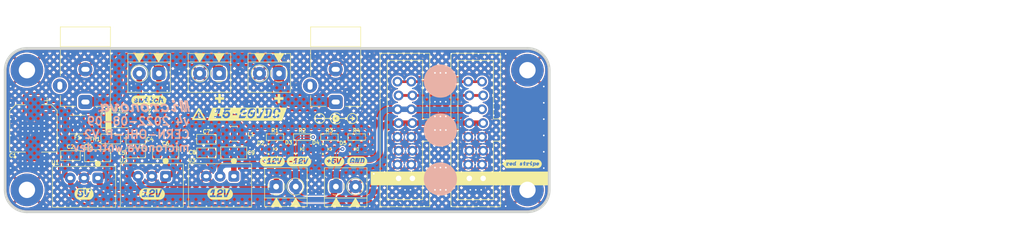
<source format=kicad_pcb>
(kicad_pcb (version 20221018) (generator pcbnew)
  (title_block (title "Micronova") (date "2022-08-09") (rev "v4") (company "Winterbloom") (comment 1 "Alethea Flowers") (comment 2 "CERN-OHL-P V2") (comment 3 "micronova.wntr.dev"))
  (layers (0 "F.Cu" signal) (31 "B.Cu" signal) (34 "B.Paste" user) (35 "F.Paste" user) (36 "B.SilkS" user "B.Silkscreen") (37 "F.SilkS" user "F.Silkscreen") (38 "B.Mask" user) (39 "F.Mask" user) (44 "Edge.Cuts" user))
  (net 0 "")
  (net 1 "GND")
  (net 2 "+12V")
  (net 3 "-12V")
  (net 4 "+5V")
  (net 5 "Net-(D1-Pad1)")
  (net 6 "Net-(D1-Pad2)")
  (net 7 "Net-(C9-Pad1)")
  (net 8 "Net-(D2-Pad1)")
  (net 9 "+VDC")
  (net 10 "+15V")
  (net 11 "Net-(D3-Pad1)")
  (net 12 "Net-(D4-Pad1)")
  (net 15 "/CV")
  (net 16 "/GATE")
  (net 17 "Net-(D5-Pad1)")
  (footprint "LOGO" (layer "F.Cu") (at 153.6 114.475)
    (fp_text reference "G***" hide)
    (fp_text value "LOGO" hide)
  )
  (footprint "Diode_SMD:D_SOD-128" (layer "F.Cu") (at 79.2 106.275)
    (fp_text reference "D1" (at 0 -2) (layer "F.SilkS") (effects (font (size 0.7 0.7))))
    (fp_text value "BARRIER")
    (pad "1" smd rect (at -2.2 0) (size 1.4 2.1) (layers "F.Cu" "F.Paste" "F.Mask") (net 5 "Net-(D1-Pad1)"))
    (pad "2" smd rect (at 2.2 0) (size 1.4 2.1) (layers "F.Cu" "F.Paste" "F.Mask") (net 6 "Net-(D1-Pad2)"))
  )
  (footprint "winterbloom:TerminalBlock_4UCON_1x02_P3.50mm_Horizontal" (layer "F.Cu") (at 86.7 97.675 180)
    (fp_text reference "SW1" hide)
    (fp_text value "ON/OFF" hide)
    (pad "1" thru_hole roundrect (at -0.0508 0 180) (size 2.4 2.4) (drill 1.05) (layers "*.Cu" "*.Mask") (net 9 "+VDC"))
    (pad "2" thru_hole circle (at 3.556 0 180) (size 2.4 2.4) (drill 1.05) (layers "*.Cu" "*.Mask") (net 6 "Net-(D1-Pad2)"))
  )
  (footprint "Jumper:SolderJumper-2_P1.3mm_Bridged2Bar_RoundedPad1.0x1.5mm" (layer "F.Cu") (at 85 105.675 180)
    (fp_text reference "JP1" hide)
    (fp_text value "SWITCH" hide)
    (fp_poly (pts (xy 0 -0.3) (xy 0.575 -0.6) (xy 0.55 0.6) (xy 0 0.3) (xy -0.55 0.6) (xy -0.55 -0.6)) (fill solid) (layer "F.Cu"))
    (pad "1" smd circle (at -1 0 180) (size 1.5 1.5) (layers "F.Cu" "F.Mask") (net 9 "+VDC"))
    (pad "2" smd circle (at 1 0 270) (size 1.5 1.5) (layers "F.Cu" "F.Mask") (net 6 "Net-(D1-Pad2)"))
  )
  (footprint "Resistor_SMD:R_1812_4532Metric_Pad1.30x3.40mm_HandSolder" (layer "F.Cu") (at 71.8 107.075 180)
    (fp_text reference "F1" (at 0 -2.375 unlocked) (layer "F.SilkS") (effects (font (size 0.7 0.7))))
    (fp_text value "1.5A")
    (pad "1" smd roundrect (at -2.225 0 180) (size 1.3 3.4) (layers "F.Cu" "F.Paste" "F.Mask") (roundrect_rratio 0.1923076923) (net 5 "Net-(D1-Pad1)"))
    (pad "2" smd roundrect (at 2.225 0 180) (size 1.3 3.4) (layers "F.Cu" "F.Paste" "F.Mask") (roundrect_rratio 0.1923076923) (net 10 "+15V"))
  )
  (footprint "winterbloom:TerminalBlock_4UCON_1x02_P3.50mm_Horizontal" (layer "F.Cu") (at 108.35 118.475)
    (fp_text reference "J3" hide)
    (fp_text value "DC OUT" hide)
    (pad "1" thru_hole roundrect (at -0.0508 0) (size 2.4 2.4) (drill 1.05) (layers "*.Cu" "*.Mask") (net 2 "+12V"))
    (pad "2" thru_hole circle (at 3.556 0) (size 2.4 2.4) (drill 1.05) (layers "*.Cu" "*.Mask") (net 3 "-12V"))
  )
  (footprint "winterbloom:LED_0805_Kingbright_APT2012" (layer "F.Cu") (at 108.1 111.575)
    (fp_text reference "D2" (at -2.6 -1.1) (layer "F.SilkS") (effects (font (size 0.7 0.7))))
    (fp_text value "+12V" hide)
    (pad "1" smd roundrect (at -1.175 0) (size 1.25 1.25) (layers "F.Cu" "F.Paste" "F.Mask") (roundrect_rratio 0.05) (net 8 "Net-(D2-Pad1)"))
    (pad "2" smd roundrect (at 1.175 0) (size 1.25 1.25) (layers "F.Cu" "F.Paste" "F.Mask") (roundrect_rratio 0.05) (net 2 "+12V"))
  )
  (footprint "winterbloom:C_1206_HandSolder" (layer "F.Cu") (at 88 112.275 180)
    (fp_text reference "C6" (at 0 1.7 180) (layer "F.SilkS") (effects (font (size 0.7 0.7))))
    (fp_text value "10u")
    (pad "1" smd roundrect (at -1.5625 0 180) (size 1.325 1.8) (layers "F.Cu" "F.Paste" "F.Mask") (roundrect_rratio 0.188679) (net 10 "+15V"))
    (pad "2" smd roundrect (at 1.5625 0 180) (size 1.325 1.8) (layers "F.Cu" "F.Paste" "F.Mask") (roundrect_rratio 0.188679) (net 1 "GND"))
  )
  (footprint "winterbloom:LED_0805_Kingbright_APT2012" (layer "F.Cu") (at 118.1 111.575)
    (fp_text reference "D4" (at -2.5 -1.2) (layer "F.SilkS") (effects (font (size 0.7 0.7))))
    (fp_text value "5V" hide)
    (pad "1" smd roundrect (at -1.175 0) (size 1.25 1.25) (layers "F.Cu" "F.Paste" "F.Mask") (roundrect_rratio 0.05) (net 12 "Net-(D4-Pad1)"))
    (pad "2" smd roundrect (at 1.175 0) (size 1.25 1.25) (layers "F.Cu" "F.Paste" "F.Mask") (roundrect_rratio 0.05) (net 4 "+5V"))
  )
  (footprint "winterbloom:TerminalBlock_4UCON_1x02_P3.50mm_Horizontal" (layer "F.Cu") (at 97.8 97.675 180)
    (fp_text reference "J2" hide)
    (fp_text value "DC THRU" hide)
    (pad "1" thru_hole roundrect (at -0.0508 0 180) (size 2.4 2.4) (drill 1.05) (layers "*.Cu" "*.Mask") (net 9 "+VDC"))
    (pad "2" thru_hole circle (at 3.556 0 180) (size 2.4 2.4) (drill 1.05) (layers "*.Cu" "*.Mask") (net 1 "GND"))
  )
  (footprint "MountingHole:MountingHole_3mm_Pad" (layer "F.Cu") (at 154.5 97.075)
    (fp_text reference "H3" hide)
    (fp_text value "GND")
    (pad "1" thru_hole circle (at 0 0) (size 6 6) (drill 3) (layers "*.Cu" "*.Mask") (net 1 "GND"))
  )
  (footprint "Capacitor_SMD:CP_Elec_8x10.5" (layer "F.Cu") (at 63.7 107.775 -90)
    (fp_text reference "C1" (at 5 3.8 unlocked) (layer "F.SilkS") (effects (font (size 0.7 0.7))))
    (fp_text value "100u")
    (pad "1" smd roundrect (at -3.7 0 270) (size 4.4 2.5) (layers "F.Cu" "F.Paste" "F.Mask") (roundrect_rratio 0.1) (net 10 "+15V"))
    (pad "2" smd roundrect (at 3.7 0 270) (size 4.4 2.5) (layers "F.Cu" "F.Paste" "F.Mask") (roundrect_rratio 0.1) (net 1 "GND"))
  )
  (footprint "winterbloom:LED_0805_Kingbright_APT2012" (layer "F.Cu") (at 123.1 111.575)
    (fp_text reference "D5" (at -2.5 -1.1) (layer "F.SilkS") (effects (font (size 0.7 0.7))))
    (fp_text value "DC IN" hide)
    (pad "1" smd roundrect (at -1.175 0) (size 1.25 1.25) (layers "F.Cu" "F.Paste" "F.Mask") (roundrect_rratio 0.05) (net 17 "Net-(D5-Pad1)"))
    (pad "2" smd roundrect (at 1.175 0) (size 1.25 1.25) (layers "F.Cu" "F.Paste" "F.Mask") (roundrect_rratio 0.05) (net 10 "+15V"))
  )
  (footprint "winterbloom:R_0805_HandSolder" (layer "F.Cu") (at 77.9 109.725)
    (fp_text reference "TH1" (at -2.9 0.05) (layer "F.SilkS") (effects (font (size 0.7 0.7))))
    (fp_text value "MOV")
    (pad "1" smd roundrect (at -1 0) (size 1.2 1.4) (layers "F.Cu" "F.Paste" "F.Mask") (roundrect_rratio 0.208333) (net 10 "+15V"))
    (pad "2" smd roundrect (at 1 0) (size 1.2 1.4) (layers "F.Cu" "F.Paste" "F.Mask") (roundrect_rratio 0.208333) (net 1 "GND"))
  )
  (footprint "winterbloom:Converter_DCDC_CUI_P78E-1000_THT" (layer "F.Cu") (at 88 116.575 180)
    (fp_text reference "U2" (at 7.8 2.9 unlocked) (layer "F.SilkS") (effects (font (size 0.7 0.7))))
    (fp_text value "P78E12-1000")
    (pad "1" thru_hole roundrect (at 0 0 180) (size 2 2) (drill oval 1 0.75) (layers "*.Cu" "*.Mask") (net 10 "+15V"))
    (pad "2" thru_hole circle (at 2.54 0 180) (size 2 2) (drill oval 1 0.75) (layers "*.Cu" "*.Mask") (net 1 "GND"))
    (pad "3" thru_hole circle (at 5.08 0 180) (size 2 2) (drill oval 1 0.75) (layers "*.Cu" "*.Mask") (net 2 "+12V"))
  )
  (footprint "winterbloom:C_0805_HandSolder" (layer "F.Cu") (at 95.5 112.275)
    (fp_text reference "C8" (at -2.6 -0.1) (layer "F.SilkS") (effects (font (size 0.7 0.7))))
    (fp_text value "4.7u")
    (pad "1" smd roundrect (at -1.0375 0) (size 1.175 1.45) (layers "F.Cu" "F.Paste" "F.Mask") (roundrect_rratio 0.212766) (net 1 "GND"))
    (pad "2" smd roundrect (at 1.0375 0) (size 1.175 1.45) (layers "F.Cu" "F.Paste" "F.Mask") (roundrect_rratio 0.212766) (net 3 "-12V"))
  )
  (footprint "winterbloom:Converter_DCDC_CUI_VX78-500_THT" (layer "F.Cu") (at 75.54 116.9 180)
    (fp_text reference "U1" (at 7.84 2.825 unlocked) (layer "F.SilkS") (effects (font (size 0.7 0.7))))
    (fp_text value "VX7805-500")
    (pad "1" thru_hole roundrect (at 0 0 180) (size 2 2) (drill oval 1 0.75) (layers "*.Cu" "*.Mask") (net 10 "+15V"))
    (pad "2" thru_hole circle (at 2.54 0 180) (size 2 2) (drill oval 1 0.75) (layers "*.Cu" "*.Mask") (net 1 "GND"))
    (pad "3" thru_hole circle (at 5.08 0 180) (size 2 2) (drill oval 1 0.75) (layers "*.Cu" "*.Mask") (net 4 "+5V"))
  )
  (footprint "winterbloom:R_0603_HandSolder" (layer "F.Cu") (at 113.1 109.375 180)
    (fp_text reference "R2" (at 0 1.2 180) (layer "F.SilkS") (effects (font (size 0.7 0.7))))
    (fp_text value "5.1k")
    (pad "1" smd roundrect (at -0.9125 0 180) (size 0.975 0.95) (layers "F.Cu" "F.Paste" "F.Mask") (net 3 "-12V"))
    (pad "2" smd roundrect (at 0.9125 0 180) (size 0.975 0.95) (layers "F.Cu" "F.Paste" "F.Mask") (net 11 "Net-(D3-Pad1)"))
  )
  (footprint "winterbloom:R_0603_HandSolder" (layer "F.Cu") (at 123.1 109.375)
    (fp_text reference "R4" (at 0 -1.2) (layer "F.SilkS") (effects (font (size 0.7 0.7))))
    (fp_text value "5.1k")
    (pad "1" smd roundrect (at -0.9125 0) (size 0.975 0.95) (layers "F.Cu" "F.Paste" "F.Mask") (net 17 "Net-(D5-Pad1)"))
    (pad "2" smd roundrect (at 0.9125 0) (size 0.975 0.95) (layers "F.Cu" "F.Paste" "F.Mask") (net 1 "GND"))
  )
  (footprint "LOGO" (layer "F.Cu") (at 108.8 102.275)
    (fp_text reference "G***" hide)
    (fp_text value "LOGO" hide)
  )
  (footprint "winterbloom:R_0603_HandSolder" (layer "F.Cu") (at 108.1 109.375 180)
    (fp_text reference "R1" (at 0 1.2 180) (layer "F.SilkS") (effects (font (size 0.7 0.7))))
    (fp_text value "5.1k")
    (pad "1" smd roundrect (at -0.9125 0 180) (size 0.975 0.95) (layers "F.Cu" "F.Paste" "F.Mask") (net 8 "Net-(D2-Pad1)"))
    (pad "2" smd roundrect (at 0.9125 0 180) (size 0.975 0.95) (layers "F.Cu" "F.Paste" "F.Mask") (net 1 "GND"))
  )
  (footprint "Symbol:Symbol_Barrel_Polarity" (layer "F.Cu") (at 119.3 105.875)
    (fp_text reference "POLARITY" hide)
    (fp_text value "Symbol_Barrel_Polarity")
  )
  (footprint "LOGO" (layer "F.Cu") (at 98 119.975)
    (fp_text reference "G***" hide)
    (fp_text value "LOGO" hide)
  )
  (footprint "LOGO" (layer "F.Cu") (at 103 105.375)
    (fp_text reference "G***" hide)
    (fp_text value "LOGO" hide)
  )
  (footprint "winterbloom:LED_0805_Kingbright_APT2012" (layer "F.Cu") (at 113.1 111.575)
    (fp_text reference "D3" (at -2.5 -1.2) (layer "F.SilkS") (effects (font (size 0.7 0.7))))
    (fp_text value "-12V" hide)
    (pad "1" smd roundrect (at -1.175 0) (size 1.25 1.25) (layers "F.Cu" "F.Paste" "F.Mask") (roundrect_rratio 0.05) (net 11 "Net-(D3-Pad1)"))
    (pad "2" smd roundrect (at 1.175 0) (size 1.25 1.25) (layers "F.Cu" "F.Paste" "F.Mask") (roundrect_rratio 0.05) (net 1 "GND"))
  )
  (footprint "LOGO" (layer "F.Cu") (at 73 119.975)
    (fp_text reference "G***" hide)
    (fp_text value "LOGO" hide)
  )
  (footprint "winterbloom:C_0805_HandSolder" (layer "F.Cu") (at 82.5 112.275)
    (fp_text reference "C5" (at -2.6 0) (layer "F.SilkS") (effects (font (size 0.7 0.7))))
    (fp_text value "4.7u")
    (pad "1" smd roundrect (at -1.0375 0) (size 1.175 1.45) (layers "F.Cu" "F.Paste" "F.Mask") (roundrect_rratio 0.212766) (net 2 "+12V"))
    (pad "2" smd roundrect (at 1.0375 0) (size 1.175 1.45) (layers "F.Cu" "F.Paste" "F.Mask") (roundrect_rratio 0.212766) (net 1 "GND"))
  )
  (footprint "LOGO" (layer "F.Cu") (at 112.5 113.975)
    (fp_text reference "G***" hide)
    (fp_text value "LOGO" hide)
  )
  (footprint "winterbloom:Eurorack_Power_2x8_Shrouded_Lock" (layer "F.Cu") (at 133.2525 116.965 180)
    (fp_text reference "J7" hide)
    (fp_text value "Eurorack Power" hide)
    (pad "1" thru_hole roundrect (at -0.1016 0 180) (size 1.8 1.8) (drill 1.01) (layers "*.Cu" "*.Mask") (roundrect_rratio 0.1470588235) (net 3 "-12V"))
    (pad "2" thru_hole circle (at 2.4384 0 180) (size 1.8 1.8) (drill 1.01) (layers "*.Cu" "*.Mask") (net 3 "-12V"))
    (pad "3" thru_hole circle (at 0.1016 2.54 180) (size 1.8 1.8) (drill 1.01) (layers "*.Cu" "*.Mask") (net 1 "GND"))
    (pad "4" thru_hole circle (at 2.6416 2.54 180) (size 1.8 1.8) (drill 1.01) (layers "*.Cu" "*.Mask") (net 1 "GND"))
    (pad "5" thru_hole circle (at -0.1016 5.08 180) (size 1.8 1.8) (drill 1.01) (layers "*.Cu" "*.Mask") (net 1 "GND"))
    (pad "6" thru_hole circle (at 2.4384 5.08 180) (size 1.8 1.8) (drill 1.01) (layers "*.Cu" "*.Mask") (net 1 "GND"))
    (pad "7" thru_hole circle (at 0.1016 7.62 180) (size 1.8 1.8) (drill 1.01) (layers "*.Cu" "*.Mask") (net 1 "GND"))
    (pad "8" thru_hole circle (at 2.6416 7.62 180) (size 1.8 1.8) (drill 1.01) (layers "*.Cu" "*.Mask") (net 1 "GND"))
    (pad "9" thru_hole circle (at -0.1016 10.16 180) (size 1.8 1.8) (drill 1.01) (layers "*.Cu" "*.Mask") (net 2 "+12V"))
    (pad "10" thru_hole circle (at 2.4384 10.16 180) (size 1.8 1.8) (drill 1.01) (layers "*.Cu" "*.Mask") (net 2 "+12V"))
    (pad "11" thru_hole circle (at 0.1016 12.7 180) (size 1.8 1.8) (drill 1.01) (layers "*.Cu" "*.Mask") (net 4 "+5V"))
    (pad "12" thru_hole circle (at 2.6416 12.7 180) (size 1.8 1.8) (drill 1.01) (layers "*.Cu" "*.Mask") (net 4 "+5V"))
    (pad "13" thru_hole circle (at -0.1016 15.24 180) (size 1.8 1.8) (drill 1.01) (layers "*.Cu" "*.Mask") (net 15 "/CV"))
    (pad "14" thru_hole circle (at 2.4384 15.24 180) (size 1.8 1.8) (drill 1.01) (layers "*.Cu" "*.Mask") (net 15 "/CV"))
    (pad "15" thru_hole circle (at 0.1016 17.78 180) (size 1.8 1.8) (drill 1.01) (layers "*.Cu" "*.Mask") (net 16 "/GATE"))
    (pad "16" thru_hole circle (at 2.6416 17.78 180) (size 1.8 1.8) (drill 1.01) (layers "*.Cu" "*.Mask") (net 16 "/GATE"))
  )
  (footprint "LOGO" (layer "F.Cu") (at 123.2 113.975)
    (fp_text reference "G***" hide)
    (fp_text value "LOGO" hide)
  )
  (footprint "winterbloom:R_0603_HandSolder" (layer "F.Cu") (at 118.1 109.375)
    (fp_text reference "R3" (at 0 -1.2) (layer "F.SilkS") (effects (font (size 0.7 0.7))))
    (fp_text value "5.1k")
    (pad "1" smd roundrect (at -0.9125 0) (size 0.975 0.95) (layers "F.Cu" "F.Paste" "F.Mask") (net 12 "Net-(D4-Pad1)"))
    (pad "2" smd roundrect (at 0.9125 0) (size 0.975 0.95) (layers "F.Cu" "F.Paste" "F.Mask") (net 1 "GND"))
  )
  (footprint "LOGO" (layer "F.Cu") (at 85.5 119.975)
    (fp_text reference "G***" hide)
    (fp_text value "LOGO" hide)
  )
  (footprint "LOGO" (layer "F.Cu") (at 154.5 104.675)
    (fp_text reference "G***" hide)
    (fp_text value "LOGO" hide)
  )
  (footprint "MountingHole:MountingHole_3mm_Pad" (layer "F.Cu") (at 62.5 97.075 -90)
    (fp_text reference "H1" hide)
    (fp_text value "GND")
    (pad "1" thru_hole circle (at 0 0 270) (size 6 6) (drill 3) (layers "*.Cu" "*.Mask") (net 1 "GND"))
  )
  (footprint "winterbloom:C_1206_HandSolder" (layer "F.Cu") (at 75.5 112.775 180)
    (fp_text reference "C3" (at 1.8 1.7 180) (layer "F.SilkS") (effects (font (size 0.7 0.7))))
    (fp_text value "10u")
    (pad "1" smd roundrect (at -1.5625 0 180) (size 1.325 1.8) (layers "F.Cu" "F.Paste" "F.Mask") (roundrect_rratio 0.188679) (net 10 "+15V"))
    (pad "2" smd roundrect (at 1.5625 0 180) (size 1.325 1.8) (layers "F.Cu" "F.Paste" "F.Mask") (roundrect_rratio 0.188679) (net 1 "GND"))
  )
  (footprint "MountingHole:MountingHole_3mm_Pad" (layer "F.Cu") (at 62.5 119.075)
    (fp_text reference "H2" hide)
    (fp_text value "GND")
    (pad "1" thru_hole circle (at 0 0) (size 6 6) (drill 3) (layers "*.Cu" "*.Mask") (net 1 "GND"))
  )
  (footprint "winterbloom:TerminalBlock_4UCON_1x02_P3.50mm_Horizontal" (layer "F.Cu") (at 119.34 118.475)
    (fp_text reference "J6" hide)
    (fp_text value "DC OUT" hide)
    (pad "1" thru_hole roundrect (at -0.0508 0) (size 2.4 2.4) (drill 1.05) (layers "*.Cu" "*.Mask") (net 4 "+5V"))
    (pad "2" thru_hole circle (at 3.556 0) (size 2.4 2.4) (drill 1.05) (layers "*.Cu" "*.Mask") (net 1 "GND"))
  )
  (footprint "winterbloom:Eurorack_Power_2x8_Shrouded_Lock" (layer "F.Cu") (at 146.2525 116.965 180)
    (fp_text reference "J8" hide)
    (fp_text value "Eurorack Power" hide)
    (pad "1" thru_hole roundrect (at -0.1016 0 180) (size 1.8 1.8) (drill 1.01) (layers "*.Cu" "*.Mask") (roundrect_rratio 0.1470588235) (net 3 "-12V"))
    (pad "2" thru_hole circle (at 2.4384 0 180) (size 1.8 1.8) (drill 1.01) (layers "*.Cu" "*.Mask") (net 3 "-12V"))
    (pad "3" thru_hole circle (at 0.1016 2.54 180) (size 1.8 1.8) (drill 1.01) (layers "*.Cu" "*.Mask") (net 1 "GND"))
    (pad "4" thru_hole circle (at 2.6416 2.54 180) (size 1.8 1.8) (drill 1.01) (layers "*.Cu" "*.Mask") (net 1 "GND"))
    (pad "5" thru_hole circle (at -0.1016 5.08 180) (size 1.8 1.8) (drill 1.01) (layers "*.Cu" "*.Mask") (net 1 "GND"))
    (pad "6" thru_hole circle (at 2.4384 5.08 180) (size 1.8 1.8) (drill 1.01) (layers "*.Cu" "*.Mask") (net 1 "GND"))
    (pad "7" thru_hole circle (at 0.1016 7.62 180) (size 1.8 1.8) (drill 1.01) (layers "*.Cu" "*.Mask") (net 1 "GND"))
    (pad "8" thru_hole circle (at 2.6416 7.62 180) (size 1.8 1.8) (drill 1.01) (layers "*.Cu" "*.Mask") (net 1 "GND"))
    (pad "9" thru_hole circle (at -0.1016 10.16 180) (size 1.8 1.8) (drill 1.01) (layers "*.Cu" "*.Mask") (net 2 "+12V"))
    (pad "10" thru_hole circle (at 2.4384 10.16 180) (size 1.8 1.8) (drill 1.01) (layers "*.Cu" "*.Mask") (net 2 "+12V"))
    (pad "11" thru_hole circle (at 0.1016 12.7 180) (size 1.8 1.8) (drill 1.01) (layers "*.Cu" "*.Mask") (net 4 "+5V"))
    (pad "12" thru_hole circle (at 2.6416 12.7 180) (size 1.8 1.8) (drill 1.01) (layers "*.Cu" "*.Mask") (net 4 "+5V"))
    (pad "13" thru_hole circle (at -0.1016 15.24 180) (size 1.8 1.8) (drill 1.01) (layers "*.Cu" "*.Mask") (net 15 "/CV"))
    (pad "14" thru_hole circle (at 2.4384 15.24 180) (size 1.8 1.8) (drill 1.01) (layers "*.Cu" "*.Mask") (net 15 "/CV"))
    (pad "15" thru_hole circle (at 0.1016 17.78 180) (size 1.8 1.8) (drill 1.01) (layers "*.Cu" "*.Mask") (net 16 "/GATE"))
    (pad "16" thru_hole circle (at 2.6416 17.78 180) (size 1.8 1.8) (drill 1.01) (layers "*.Cu" "*.Mask") (net 16 "/GATE"))
  )
  (footprint "winterbloom:Converter_DCDC_CUI_P78E-1000_THT" (layer "F.Cu") (at 100.54 116.5675 180)
    (fp_text reference "U3" (at 7.74 2.8925 unlocked) (layer "F.SilkS") (effects (font (size 0.7 0.7))))
    (fp_text value "P78E12-1000")
    (pad "1" thru_hole roundrect (at 0 0 180) (size 2 2) (drill oval 1 0.75) (layers "*.Cu" "*.Mask") (net 7 "Net-(C9-Pad1)"))
    (pad "2" thru_hole circle (at 2.54 0 180) (size 2 2) (drill oval 1 0.75) (layers "*.Cu" "*.Mask") (net 3 "-12V"))
    (pad "3" thru_hole circle (at 5.08 0 180) (size 2 2) (drill oval 1 0.75) (layers "*.Cu" "*.Mask") (net 1 "GND"))
  )
  (footprint "Inductor_SMD:L_1210_3225Metric_Pad1.42x2.65mm_HandSolder" (layer "F.Cu") (at 100.5 108.775 180)
    (fp_text reference "L1" (at -3.15 -0.1 unlocked) (layer "F.SilkS") (effects (font (size 0.7 0.7))))
    (fp_text value "10uH")
    (pad "1" smd roundrect (at -1.4875 0 180) (size 1.425 2.65) (layers "F.Cu" "F.Paste" "F.Mask") (roundrect_rratio 0.1754392982) (net 10 "+15V"))
    (pad "2" smd roundrect (at 1.4875 0 180) (size 1.425 2.65) (layers "F.Cu" "F.Paste" "F.Mask") (roundrect_rratio 0.1754392982) (net 7 "Net-(C9-Pad1)"))
  )
  (footprint "winterbloom:C_0805_HandSolder" (layer "F.Cu") (at 95.5 109.775)
    (fp_text reference "C7" (at 0 -1.4) (layer "F.SilkS") (effects (font (size 0.7 0.7))))
    (fp_text value "22u")
    (pad "1" smd roundrect (at -1.0375 0) (size 1.175 1.45) (layers "F.Cu" "F.Paste" "F.Mask") (roundrect_rratio 0.212766) (net 1 "GND"))
    (pad "2" smd roundrect (at 1.0375 0) (size 1.175 1.45) (layers "F.Cu" "F.Paste" "F.Mask") (roundrect_rratio 0.212766) (net 3 "-12V"))
  )
  (footprint "winterbloom:C_0805_HandSolder" (layer "F.Cu") (at 82.5 109.775)
    (fp_text reference "C4" (at 2.6 0) (layer "F.SilkS") (effects (font (size 0.7 0.7))))
    (fp_text value "22u")
    (pad "1" smd roundrect (at -1.0375 0) (size 1.175 1.45) (layers "F.Cu" "F.Paste" "F.Mask") (roundrect_rratio 0.212766) (net 2 "+12V"))
    (pad "2" smd roundrect (at 1.0375 0) (size 1.175 1.45) (layers "F.Cu" "F.Paste" "F.Mask") (roundrect_rratio 0.212766) (net 1 "GND"))
  )
  (footprint "LOGO" (layer "F.Cu") (at 84.9 102.775)
    (fp_text reference "G***" hide)
    (fp_text value "LOGO" hide)
  )
  (footprint "LOGO" (layer "F.Cu") (at 119 113.975)
    (fp_text reference "G***" hide)
    (fp_text value "LOGO" hide)
  )
  (footprint "winterbloom:BarrelJack_CUI_PJ-102AH_Horizontal" (layer "F.Cu") (at 119.25 102.925 180)
    (fp_text reference "J5" hide)
    (fp_text value "DC IN")
    (pad "1" thru_hole roundrect (at 0 0 180) (size 2.6 2.6) (drill oval 1.5 0.9) (layers "*.Cu" "*.Mask") (net 9 "+VDC"))
    (pad "2" thru_hole circle (at 0 6 180) (size 2.6 2.6) (drill oval 1.5 0.9) (layers "*.Cu" "*.Mask") (net 1 "GND"))
    (pad "3" thru_hole circle (at 4.7 3 180) (size 2.6 2.6) (drill oval 0.9 1.5) (layers "*.Cu" "*.Mask"))
  )
  (footprint "LOGO" (layer "F.Cu") (at 107.6 113.975)
    (fp_text reference "G***" hide)
    (fp_text value "LOGO" hide)
  )
  (footprint "LOGO" (layer "F.Cu") (at 97.9 102.275)
    (fp_text reference "G***" hide)
    (fp_text value "LOGO" hide)
  )
  (footprint "winterbloom:BarrelJack_CUI_PJ-102AH_Horizontal" (layer "F.Cu") (at 73.25 102.925 180)
    (fp_text reference "J1" hide)
    (fp_text value "DC THRU")
    (pad "1" thru_hole roundrect (at 0 0 180) (size 2.6 2.6) (drill oval 1.5 0.9) (layers "*.Cu" "*.Mask") (net 9 "+VDC"))
    (pad "2" thru_hole circle (at 0 6 180) (size 2.6 2.6) (drill oval 1.5 0.9) (layers "*.Cu" "*.Mask") (net 1 "GND"))
    (pad "3" thru_hole circle (at 4.7 3 180) (size 2.6 2.6) (drill oval 0.9 1.5) (layers "*.Cu" "*.Mask"))
  )
  (footprint "winterbloom:TerminalBlock_4UCON_1x02_P3.50mm_Horizontal" (layer "F.Cu") (at 108.8 97.675 180)
    (fp_text reference "J4" hide)
    (fp_text value "DC IN" hide)
    (pad "1" thru_hole roundrect (at -0.0508 0 180) (size 2.4 2.4) (drill 1.05) (layers "*.Cu" "*.Mask") (net 9 "+VDC"))
    (pad "2" thru_hole circle (at 3.556 0 180) (size 2.4 2.4) (drill 1.05) (layers "*.Cu" "*.Mask") (net 1 "GND"))
  )
  (footprint "winterbloom:C_0805_HandSolder" (layer "F.Cu") (at 70.5 112.775)
    (fp_text reference "C2" (at 0 -1.6) (layer "F.SilkS") (effects (font (size 0.7 0.7))))
    (fp_text value "22u")
    (pad "1" smd roundrect (at -1.0375 0) (size 1.175 1.45) (layers "F.Cu" "F.Paste" "F.Mask") (roundrect_rratio 0.212766) (net 4 "+5V"))
    (pad "2" smd roundrect (at 1.0375 0) (size 1.175 1.45) (layers "F.Cu" "F.Paste" "F.Mask") (roundrect_rratio 0.212766) (net 1 "GND"))
  )
  (footprint "MountingHole:MountingHole_3mm_Pad" (layer "F.Cu") (at 154.5 119.075 -90)
    (fp_text reference "H4" hide)
    (fp_text value "GND")
    (pad "1" thru_hole circle (at 0 0 270) (size 6 6) (drill 3) (layers "*.Cu" "*.Mask") (net 1 "GND"))
  )
  (footprint "winterbloom:C_1206_HandSolder" (layer "F.Cu") (at 100.5 112.275)
    (fp_text reference "C9" (at 3.2 0) (layer "F.SilkS") (effects (font (size 0.7 0.7))))
    (fp_text value "10u")
    (pad "1" smd roundrect (at -1.5625 0) (size 1.325 1.8) (layers "F.Cu" "F.Paste" "F.Mask") (roundrect_rratio 0.188679) (net 7 "Net-(C9-Pad1)"))
    (pad "2" smd roundrect (at 1.5625 0) (size 1.325 1.8) (layers "F.Cu" "F.Paste" "F.Mask") (roundrect_rratio 0.188679) (net 1 "GND"))
  )
  (footprint "LOGO" (layer "B.Cu") (at 84.2 104.175 180)
    (fp_text reference "G***" hide)
    (fp_text value "LOGO" hide)
  )
  (footprint "Symbol:OSHW-Logo_5.7x6mm_Copper" (layer "B.Cu") (at 154.5 111.075 180)
    (fp_text reference "OSHW" hide)
    (fp_text value "OSHW-Logo_5.7x6mm_Copper" hide)
  )
  (gr_circle (center 138.5 108.075) (end 141.5 108.075) (stroke (width 0.1)) (fill solid) (layer "B.SilkS"))
  (gr_circle (center 138.5 99.075) (end 141.5 99.075) (stroke (width 0.1)) (fill solid) (layer "B.SilkS"))
  (gr_circle (center 138.5 117.075) (end 141.5 117.075) (stroke (width 0.1)) (fill solid) (layer "B.SilkS"))
  (gr_rect (start 125.75 115.775) (end 158.5 118.175) (stroke (width 0.12)) (fill solid) (layer "F.SilkS"))
  (gr_poly (pts (xy 95.193228 106.075) (xy 92.993228 106.075) (xy 94.093228 104.175)) (stroke (width 0.3)) (fill none) (layer "F.SilkS"))
  (gr_line (start 154.5 93.075) (end 62.5 93.075) (stroke (width 0.5)) (layer "Edge.Cuts"))
  (gr_arc (start 58.5 97.075) (mid 59.671573 94.246573) (end 62.5 93.075) (stroke (width 0.5)) (layer "Edge.Cuts"))
  (gr_arc (start 158.5 119.1) (mid 157.328427 121.928427) (end 154.5 123.1) (stroke (width 0.5)) (layer "Edge.Cuts"))
  (gr_arc (start 154.5 93.075) (mid 157.328427 94.246573) (end 158.5 97.075) (stroke (width 0.5)) (layer "Edge.Cuts"))
  (gr_line (start 58.5 97.075) (end 58.5 119.1) (stroke (width 0.5)) (layer "Edge.Cuts"))
  (gr_line (start 62.5 123.1) (end 154.5 123.1) (stroke (width 0.5)) (layer "Edge.Cuts"))
  (gr_arc (start 62.5 123.1) (mid 59.671573 121.928427) (end 58.5 119.1) (stroke (width 0.5)) (layer "Edge.Cuts"))
  (gr_line (start 158.5 119.1) (end 158.5 97.075) (stroke (width 0.5)) (layer "Edge.Cuts"))
  (gr_text "${REVISION} ${ISSUE_DATE}\n${COMMENT2}\n${COMMENT3}" (at 92.6 108.875) (layer "B.SilkS") (effects (font (size 1.5 1.5) (thickness 0.3)) (justify left mirror)))
  (gr_text "!" (at 94.093228 105.375) (layer "F.SilkS") (effects (font (size 0.7 0.7))))
  (via (at 126.1 106.375) (size 0.7) (drill 0.3) (layers "F.Cu" "B.Cu") (net 1))
  (via (at 94.45 108.325) (size 0.7) (drill 0.3) (layers "F.Cu" "B.Cu") (net 1))
  (via (at 72.7 112.775) (size 0.7) (drill 0.3) (layers "F.Cu" "B.Cu") (net 1))
  (via (at 90.5 122.075) (size 0.7) (drill 0.3) (layers "F.Cu" "B.Cu") (net 1))
  (via (at 113.15 116.075) (size 0.7) (drill 0.3) (layers "F.Cu" "B.Cu") (net 1))
  (via (at 115.6 113.675) (size 0.7) (drill 0.3) (layers "F.Cu" "B.Cu") (net 1))
  (via (at 90.5 97.275) (size 0.7) (drill 0.3) (layers "F.Cu" "B.Cu") (net 1))
  (via (at 148.3 105.375) (size 0.7) (drill 0.3) (layers "F.Cu" "B.Cu") (net 1))
  (via (at 61.7 107.325) (size 0.7) (drill 0.3) (layers "F.Cu" "B.Cu") (net 1))
  (via (at 120.5 122.075) (size 0.7) (drill 0.3) (layers "F.Cu" "B.Cu") (net 1))
  (via (at 61.7 114.775) (size 0.7) (drill 0.3) (layers "F.Cu" "B.Cu") (net 1))
  (via (at 80 111.075) (size 0.7) (drill 0.3) (layers "F.Cu" "B.Cu") (net 1))
  (via (at 150.5 94.075) (size 0.7) (drill 0.3) (layers "F.Cu" "B.Cu") (net 1))
  (via (at 137.5 97.575) (size 0.7) (drill 0.3) (layers "F.Cu" "B.Cu") (net 1))
  (via (at 59.5 106.075) (size 0.7) (drill 0.3) (layers "F.Cu" "B.Cu") (net 1))
  (via (at 84.9 112.275) (size 0.7) (drill 0.3) (layers "F.Cu" "B.Cu") (net 1))
  (via (at 121.35 102.925) (size 0.7) (drill 0.3) (layers "F.Cu" "B.Cu") (net 1))
  (via (at 77.4 119.825) (size 0.7) (drill 0.3) (layers "F.Cu" "B.Cu") (net 1))
  (via (at 115.6 112.175) (size 0.7) (drill 0.3) (layers "F.Cu" "B.Cu") (net 1))
  (via (at 139.5 108.075) (size 0.7) (drill 0.3) (layers "F.Cu" "B.Cu") (net 1))
  (via (at 157.5 115.075) (size 0.7) (drill 0.3) (layers "F.Cu" "B.Cu") (net 1))
  (via (at 157.5 109.075) (size 0.7) (drill 0.3) (layers "F.Cu" "B.Cu") (net 1))
  (via (at 100.6 112.25) (size 0.7) (drill 0.3) (layers "F.Cu" "B.Cu") (net 1))
  (via (at 102.75 118.075) (size 0.7) (drill 0.3) (layers "F.Cu" "B.Cu") (net 1))
  (via (at 88.3 99.875) (size 0.7) (drill 0.3) (layers "F.Cu" "B.Cu") (net 1))
  (via (at 65.7 106.375) (size 0.7) (drill 0.3) (layers "F.Cu" "B.Cu") (net 1))
  (via (at 93.15 108.925) (size 0.7) (drill 0.3) (layers "F.Cu" "B.Cu") (net 1))
  (via (at 61.7 108.275) (size 0.7) (drill 0.3) (layers "F.Cu" "B.Cu") (net 1))
  (via (at 135.5 94.075) (size 0.7) (drill 0.3) (layers "F.Cu" "B.Cu") (net 1))
  (via (at 61.7 109.275) (size 0.7) (drill 0.3) (layers "F.Cu" "B.Cu") (net 1))
  (via (at 135.5 122.075) (size 0.7) (drill 0.3) (layers "F.Cu" "B.Cu") (net 1))
  (via (at 70.95 107.075) (size 0.7) (drill 0.3) (layers "F.Cu" "B.Cu") (net 1))
  (via (at 139.5 97.575) (size 0.7) (drill 0.3) (layers "F.Cu" "B.Cu") (net 1))
  (via (at 140.5 94.075) (size 0.7) (drill 0.3) (layers "F.Cu" "B.Cu") (net 1))
  (via (at 128.05 102.975) (size 0.7) (drill 0.3) (layers "F.Cu" "B.Cu") (net 1))
  (via (at 59.5 103.075) (size 0.7) (drill 0.3) (layers "F.Cu" "B.Cu") (net 1))
  (via (at 114.5 105.375) (size 0.7) (drill 0.3) (layers "F.Cu" "B.Cu") (net 1))
  (via (at 64.7 114.775) (size 0.7) (drill 0.3) (layers "F.Cu" "B.Cu") (net 1))
  (via (at 59.5 109.075) (size 0.7) (drill 0.3) (layers "F.Cu" "B.Cu") (net 1))
  (via (at 86.4 110.575) (size 0.7) (drill 0.3) (layers "F.Cu" "B.Cu") (net 1))
  (via (at 115.6 116.075) (size 0.7) (drill 0.3) (layers "F.Cu" "B.Cu") (net 1))
  (via (at 114.2 119.775) (size 0.7) (drill 0.3) (layers "F.Cu" "B.Cu") (net 1))
  (via (at 138.5 102.875) (size 0.7) (drill 0.3) (layers "F.Cu" "B.Cu") (net 1))
  (via (at 133 119.075) (size 0.7) (drill 0.3) (layers "F.Cu" "B.Cu") (net 1))
  (via (at 63.7 108.275) (size 0.7) (drill 0.3) (layers "F.Cu" "B.Cu") (net 1))
  (via (at 77.575 96.175) (size 0.7) (drill 0.3) (layers "F.Cu" "B.Cu") (net 1))
  (via (at 65.7 113.775) (size 0.7) (drill 0.3) (layers "F.Cu" "B.Cu") (net 1))
  (via (at 130.5 94.075) (size 0.7) (drill 0.3) (layers "F.Cu" "B.Cu") (net 1))
  (via (at 117.3 104.875) (size 0.7) (drill 0.3) (layers "F.Cu" "B.Cu") (net 1))
  (via (at 138.5 119.075) (size 0.7) (drill 0.3) (layers "F.Cu" "B.Cu") (net 1))
  (via (at 75.5 122.075) (size 0.7) (drill 0.3) (layers "F.Cu" "B.Cu") (net 1))
  (via (at 145.5 94.075) (size 0.7) (drill 0.3) (layers "F.Cu" "B.Cu") (net 1))
  (via (at 65.7 114.775) (size 0.7) (drill 0.3) (layers "F.Cu" "B.Cu") (net 1))
  (via (at 132 119.075) (size 0.7) (drill 0.3) (layers "F.Cu" "B.Cu") (net 1))
  (via (at 59.5 115.075) (size 0.7) (drill 0.3) (layers "F.Cu" "B.Cu") (net 1))
  (via (at 150.5 122.075) (size 0.7) (drill 0.3) (layers "F.Cu" "B.Cu") (net 1))
  (via (at 59.5 100.075) (size 0.7) (drill 0.3) (layers "F.Cu" "B.Cu") (net 1))
  (via (at 65.5 122.075) (size 0.7) (drill 0.3) (layers "F.Cu" "B.Cu") (net 1))
  (via (at 62.7 114.775) (size 0.7) (drill 0.3) (layers "F.Cu" "B.Cu") (net 1))
  (via (at 115.6 111.025) (size 0.7) (drill 0.3) (layers "F.Cu" "B.Cu") (net 1))
  (via (at 120.8 107.075) (size 0.7) (drill 0.3) (layers "F.Cu" "B.Cu") (net 1))
  (via (at 138.5 114.975) (size 0.7) (drill 0.3) (layers "F.Cu" "B.Cu") (net 1))
  (via (at 112.05 100.225) (size 0.7) (drill 0.3) (layers "F.Cu" "B.Cu") (net 1))
  (via (at 61.7 106.375) (size 0.7) (drill 0.3) (layers "F.Cu" "B.Cu") (net 1))
  (via (at 84.9 113.575) (size 0.7) (drill 0.3) (layers "F.Cu" "B.Cu") (net 1))
  (via (at 139.5 119.075) (size 0.7) (drill 0.3) (layers "F.Cu" "B.Cu") (net 1))
  (via (at 103.5 111.325) (size 0.7) (drill 0.3) (layers "F.Cu" "B.Cu") (net 1))
  (via (at 89.5 118.075) (size 0.7) (drill 0.3) (layers "F.Cu" "B.Cu") (net 1))
  (via (at 137.5 114.975) (size 0.7) (drill 0.3) (layers "F.Cu" "B.Cu") (net 1))
  (via (at 87.7 106.675) (size 0.7) (drill 0.3) (layers "F.Cu" "B.Cu") (net 1))
  (via (at 103.3 103.275) (size 0.7) (drill 0.3) (layers "F.Cu" "B.Cu") (net 1))
  (via (at 91 112.275) (size 0.7) (drill 0.3) (layers "F.Cu" "B.Cu") (net 1))
  (via (at 137.5 108.075) (size 0.7) (drill 0.3) (layers "F.Cu" "B.Cu") (net 1))
  (via (at 106 109.175) (size 0.7) (drill 0.3) (layers "F.Cu" "B.Cu") (net 1))
  (via (at 157.5 112.075) (size 0.7) (drill 0.3) (layers "F.Cu" "B.Cu") (net 1))
  (via (at 118.1 116.075) (size 0.7) (drill 0.3) (layers "F.Cu" "B.Cu") (net 1))
  (via (at 125.5 94.075) (size 0.7) (drill 0.3) (layers "F.Cu" "B.Cu") (net 1))
  (via (at 157.5 103.075) (size 0.7) (drill 0.3) (layers "F.Cu" "B.Cu") (net 1))
  (via (at 146 119.075) (size 0.7) (drill 0.3) (layers "F.Cu" "B.Cu") (net 1))
  (via (at 84.9 108.975) (size 0.7) (drill 0.3) (layers "F.Cu" "B.Cu") (net 1))
  (via (at 65.7 107.325) (size 0.7) (drill 0.3) (layers "F.Cu" "B.Cu") (net 1))
  (via (at 61.7 113.775) (size 0.7) (drill 0.3) (layers "F.Cu" "B.Cu") (net 1))
  (via (at 145.5 122.075) (size 0.7) (drill 0.3) (layers "F.Cu" "B.Cu") (net 1))
  (via (at 65.7 112.775) (size 0.7) (drill 0.3) (layers "F.Cu" "B.Cu") (net 1))
  (via (at 101.65 97.275) (size 0.7) (drill 0.3) (layers "F.Cu" "B.Cu") (net 1))
  (via (at 107.1 100.375) (size 0.7) (drill 0.3) (layers "F.Cu" "B.Cu") (net 1))
  (via (at 79.25 106.275) (size 0.7) (drill 0.3) (layers "F.Cu" "B.Cu") (net 1))
  (via (at 81.7 103.675) (size 0.7) (drill 0.3) (layers "F.Cu" "B.Cu") (net 1))
  (via (at 65.7 108.275) (size 0.7) (drill 0.3) (layers "F.Cu" "B.Cu") (net 1))
  (via (at 139.5 114.975) (size 0.7) (drill 0.3) (layers "F.Cu" "B.Cu") (net 1))
  (via (at 138.5 97.575) (size 0.7) (drill 0.3) (layers "F.Cu" "B.Cu") (net 1))
  (via (at 120.25 109.375) (size 0.7) (drill 0.3) (layers "F.Cu" "B.Cu") (net 1))
  (via (at 157.5 100.075) (size 0.7) (drill 0.3) (layers "F.Cu" "B.Cu") (net 1))
  (via (at 62.7 108.275) (size 0.7) (drill 0.3) (layers "F.Cu" "B.Cu") (net 1))
  (via (at 84.9 111.075) (size 0.7) (drill 0.3) (layers "F.Cu" "B.Cu") (net 1))
  (via (at 121.35 101.075) (size 0.7) (drill 0.3) (layers "F.Cu" "B.Cu") (net 1))
  (via (at 144 119.075) (size 0.7) (drill 0.3) (layers "F.Cu" "B.Cu") (net 1))
  (via (at 95.8 107.425) (size 0.7) (drill 0.3) (layers "F.Cu" "B.Cu") (net 1))
  (via (at 145 119.075) (size 0.7) (drill 0.3) (layers "F.Cu" "B.Cu") (net 1))
  (via (at 126.1 111.675) (size 0.7) (drill 0.3) (layers "F.Cu" "B.Cu") (net 1))
  (via (at 103.5 113.125) (size 0.7) (drill 0.3) (layers "F.Cu" "B.Cu") (net 1))
  (via (at 78.6 112.775) (size 0.7) (drill 0.3) (layers "F.Cu" "B.Cu") (net 1))
  (via (at 140.5 122.075) (size 0.7) (drill 0.3) (layers "F.Cu" "B.Cu") (net 1))
  (via (at 65.5 94.075) (size 0.7) (drill 0.3) (layers "F.Cu" "B.Cu") (net 1))
  (via (at 95.6 104.675) (size 0.7) (drill 0.3) (layers "F.Cu" "B.Cu") (net 1))
  (via (at 75.5 112.775) (size 0.7) (drill 0.3) (layers "F.Cu" "B.Cu") (net 1))
  (via (at 71.85 107.075) (size 0.7) (drill 0.3) (layers "F.Cu" "B.Cu") (net 1))
  (via (at 106.2 118.075) (size 0.7) (drill 0.3) (layers "F.Cu" "B.Cu") (net 1))
  (via (at 126.25 116.125) (size 0.7) (drill 0.3) (layers "F.Cu" "B.Cu") (net 1))
  (via (at 115.5 122.075) (size 0.7) (drill 0.3) (layers "F.Cu" "B.Cu") (net 1))
  (via (at 63.7 107.325) (size 0.7) (drill 0.3) (layers "F.Cu" "B.Cu") (net 1))
  (via (at 94.45 113.825) (size 0.7) (drill 0.3) (layers "F.Cu" "B.Cu") (net 1))
  (via (at 148.3 103.175) (size 0.7) (drill 0.3) (layers "F.Cu" "B.Cu") (net 1))
  (via (at 139.5 102.875) (size 0.7) (drill 0.3) (layers "F.Cu" "B.Cu") (net 1))
  (via (at 79.25 117.575) (size 0.7) (drill 0.3) (layers "F.Cu" "B.Cu") (net 1))
  (via (at 61.7 112.775) (size 0.7) (drill 0.3) (layers "F.Cu" "B.Cu") (net 1))
  (via (at 139.5 105.575) (size 0.7) (drill 0.3) (layers "F.Cu" "B.Cu") (net 1))
  (via (at 91.7 114.575) (size 0.7) (drill 0.3) (layers "F.Cu" "B.Cu") (net 1))
  (via (at 115.5 94.075) (size 0.7) (drill 0.3) (layers "F.Cu" "B.Cu") (net 1))
  (via (at 95.5 122.075) (size 0.7) (drill 0.3) (layers "F.Cu" "B.Cu") (net 1))
  (via (at 64.7 107.325) (size 0.7) (drill 0.3) (layers "F.Cu" "B.Cu") (net 1))
  (via (at 120.5 94.075) (size 0.7) (drill 0.3) (layers "F.Cu" "B.Cu") (net 1))
  (via (at 64.7 108.275) (size 0.7) (drill 0.3) (layers "F.Cu" "B.Cu") (net 1))
  (via (at 65.7 109.275) (size 0.7) (drill 0.3) (layers "F.Cu" "B.Cu") (net 1))
  (via (at 81.3 119.825) (size 0.7) (drill 0.3) (layers "F.Cu" "B.Cu") (net 1))
  (via (at 157.5 106.075) (size 0.7) (drill 0.3) (layers "F.Cu" "B.Cu") (net 1))
  (via (at 63.7 114.775) (size 0.7) (drill 0.3) (layers "F.Cu" "B.Cu") (net 1))
  (via (at 110.5 122.075) (size 0.7) (drill 0.3) (layers "F.Cu" "B.Cu") (net 1))
  (via (at 75.5 94.075) (size 0.7) (drill 0.3) (layers "F.Cu" "B.Cu") (net 1))
  (via (at 80.5 122.075) (size 0.7) (drill 0.3) (layers "F.Cu" "B.Cu") (net 1))
  (via (at 91.7 108.475) (size 0.7) (drill 0.3) (layers "F.Cu" "B.Cu") (net 1))
  (via (at 70.5 122.075) (size 0.7) (drill 0.3) (layers "F.Cu" "B.Cu") (net 1))
  (via (at 93.15 111.025) (size 0.7) (drill 0.3) (layers "F.Cu" "B.Cu") (net 1))
  (via (at 88.3 103.675) (size 0.7) (drill 0.3) (layers "F.Cu" "B.Cu") (net 1))
  (via (at 100.5 122.075) (size 0.7) (drill 0.3) (layers "F.Cu" "B.Cu") (net 1))
  (via (at 72.7 113.925) (size 0.7) (drill 0.3) (layers "F.Cu" "B.Cu") (net 1))
  (via (at 81.7 100.875) (size 0.7) (drill 0.3) (layers "F.Cu" "B.Cu") (net 1))
  (via (at 105.5 122.075) (size 0.7) (drill 0.3) (layers "F.Cu" "B.Cu") (net 1))
  (via (at 91.75 118.075) (size 0.7) (drill 0.3) (layers "F.Cu" "B.Cu") (net 1))
  (via (at 85.5 122.075) (size 0.7) (drill 0.3) (layers "F.Cu" "B.Cu") (net 1))
  (via (at 115.6 119.775) (size 0.7) (drill 0.3) (layers "F.Cu" "B.Cu") (net 1))
  (via (at 138.5 108.075) (size 0.7) (drill 0.3) (layers "F.Cu" "B.Cu") (net 1))
  (via (at 137.5 119.075) (size 0.7) (drill 0.3) (layers "F.Cu" "B.Cu") (net 1))
  (via (at 59.5 112.075) (size 0.7) (drill 0.3) (layers "F.Cu" "B.Cu") (net 1))
  (via (at 110.65 106.375) (size 0.7) (drill 0.3) (layers "F.Cu" "B.Cu") (net 1))
  (via (at 70.5 94.075) (size 0.7) (drill 0.3) (layers "F.Cu" "B.Cu") (net 1))
  (via (at 130.5 122.075) (size 0.7) (drill 0.3) (layers "F.Cu" "B.Cu") (net 1))
  (via (at 110 94.075) (size 0.7) (drill 0.3) (layers "F.Cu" "B.Cu") (net 1))
  (via (at 81.7 99.875) (size 0.7) (drill 0.3) (layers "F.Cu" "B.Cu") (net 1))
  (via (at 62.7 107.325) (size 0.7) (drill 0.3) (layers "F.Cu" "B.Cu") (net 1))
  (via (at 88.3 100.875) (size 0.7) (drill 0.3) (layers "F.Cu" "B.Cu") (net 1))
  (via (at 123.8 104.475) (size 0.7) (drill 0.3) (layers "F.Cu" "B.Cu") (net 1))
  (via (at 87.975 112.25) (size 0.7) (drill 0.3) (layers "F.Cu" "B.Cu") (net 1))
  (via (at 148.3 104.275) (size 0.7) (drill 0.3) (layers "F.Cu" "B.Cu") (net 1))
  (via (at 116.9 119.775) (size 0.7) (drill 0.3) (layers "F.Cu" "B.Cu") (net 1))
  (via (at 137.5 105.575) (size 0.7) (drill 0.3) (layers "F.Cu" "B.Cu") (net 1))
  (via (at 125.5 122.075) (size 0.7) (drill 0.3) (layers "F.Cu" "B.Cu") (net 1))
  (via (at 138.5 105.575) (size 0.7) (drill 0.3) (layers "F.Cu" "B.Cu") (net 1))
  (via (at 86.4 109.125) (size 0.7) (drill 0.3) (layers "F.Cu" "B.Cu") (net 1))
  (via (at 137.5 102.875) (size 0.7) (drill 0.3) (layers "F.Cu" "B.Cu") (net 1))
  (segment (start 108.35 115.425) (end 108.35 112.5) (width 0.2) (layer "F.Cu") (net 2))
  (segment (start 127.45 113.025) (end 127.45 108.525) (width 1) (layer "F.Cu") (net 2))
  (segment (start 109.75 114.875) (end 125.6 114.875) (width 1) (layer "F.Cu") (net 2))
  (segment (start 81.4625 115.0775) (end 81.4625 112.275) (width 1) (layer "F.Cu") (net 2))
  (segment (start 108.35 118.475) (end 108.35 116.275) (width 1) (layer "F.Cu") (net 2))
  (segment (start 129.17 106.805) (end 130.7125 106.805) (width 1) (layer "F.Cu") (net 2))
  (segment (start 81.4625 109.775) (end 81.4625 112.275) (width 1) (layer "F.Cu") (net 2))
  (segment (start 130.7125 106.805) (end 146.2525 106.805) (width 1) (layer "F.Cu") (net 2))
  (arc (start 82.96 116.575) (mid 81.901108 116.136392) (end 81.4625 115.0775) (width 1) (layer "F.Cu") (net 2))
  (arc (start 125.6 114.875) (mid 126.908148 114.333148) (end 127.45 113.025) (width 1) (layer "F.Cu") (net 2))
  (arc (start 108.35 116.275) (mid 108.760051 115.285051) (end 109.75 114.875) (width 1) (layer "F.Cu") (net 2))
  (arc (start 108.35 112.5) (mid 108.620926 111.845926) (end 109.275 111.575) (width 0.2) (layer "F.Cu") (net 2))
  (arc (start 127.45 108.525) (mid 127.953776 107.308776) (end 129.17 106.805) (width 1) (layer "F.Cu") (net 2))
  (segment (start 82.96 116.575) (end 82.96 116.735) (width 1) (layer "B.Cu") (net 2))
  (segment (start 85.4 119.175) (end 107.65 119.175) (width 1) (layer "B.Cu") (net 2))
  (arc (start 107.65 119.175) (mid 108.144975 118.969975) (end 108.35 118.475) (width 1) (layer "B.Cu") (net 2))
  (arc (start 82.96 116.735) (mid 83.674659 118.460341) (end 85.4 119.175) (width 1) (layer "B.Cu") (net 2))
  (segment (start 96.5375 109.775) (end 96.5375 112.275) (width 1) (layer "F.Cu") (net 3))
  (segment (start 98 114.875) (end 98 116.575) (width 1) (layer "F.Cu") (net 3))
  (segment (start 115.1 109.375) (end 114.0125 109.375) (width 0.2) (layer "F.Cu") (net 3))
  (segment (start 96.5375 112.275) (end 96.5375 113.4125) (width 1) (layer "F.Cu") (net 3))
  (via (at 115.1 109.375) (size 0.7) (drill 0.3) (layers "F.Cu" "B.Cu") (net 3))
  (arc (start 97.2 114.075) (mid 97.765685 114.309315) (end 98 114.875) (width 1) (layer "F.Cu") (net 3))
  (arc (start 96.5375 113.4125) (mid 96.731542 113.880958) (end 97.2 114.075) (width 1) (layer "F.Cu") (net 3))
  (segment (start 112.9 109.375) (end 115.1 109.375) (width 0.2) (layer "B.Cu") (net 3))
  (segment (start 113.95 120.875) (end 124.35 120.875) (width 1) (layer "B.Cu") (net 3))
  (segment (start 111.9 115.675) (end 111.9 118.425) (width 1) (layer "B.Cu") (net 3))
  (segment (start 111.85 118.475) (end 111.85 118.775) (width 1) (layer "B.Cu") (net 3))
  (segment (start 98 116.575) (end 98 115.675) (width 1) (layer "B.Cu") (net 3))
  (segment (start 128.25 116.975) (end 146.2425 116.975) (width 1) (layer "B.Cu") (net 3))
  (segment (start 111.9 115.675) (end 111.9 110.375) (width 0.2) (layer "B.Cu") (net 3))
  (segment (start 99.2 114.475) (end 110.7 114.475) (width 1) (layer "B.Cu") (net 3))
  (arc (start 111.9 110.375) (mid 112.192893 109.667893) (end 112.9 109.375) (width 0.2) (layer "B.Cu") (net 3))
  (arc (start 110.7 114.475) (mid 111.548528 114.826472) (end 111.9 115.675) (width 1) (layer "B.Cu") (net 3))
  (arc (start 111.85 118.775) (mid 112.465076 120.259924) (end 113.95 120.875) (width 1) (layer "B.Cu") (net 3))
  (arc (start 98 115.675) (mid 98.351472 114.826472) (end 99.2 114.475) (width 1) (layer "B.Cu") (net 3))
  (arc (start 126.2 119.025) (mid 126.800431 117.575431) (end 128.25 116.975) (width 1) (layer "B.Cu") (net 3))
  (arc (start 111.9 118.425) (mid 111.885355 118.460355) (end 111.85 118.475) (width 1) (layer "B.Cu") (net 3))
  (arc (start 124.35 120.875) (mid 125.658148 120.333148) (end 126.2 119.025) (width 1) (layer "B.Cu") (net 3))
  (arc (start 146.2425 116.975) (mid 146.249571 116.972071) (end 146.2525 116.965) (width 1) (layer "B.Cu") (net 3))
  (segment (start 120.5 111.575) (end 119.275 111.575) (width 0.2) (layer "F.Cu") (net 4))
  (segment (start 69.4625 112.775) (end 69.4625 115.8975) (width 1) (layer "F.Cu") (net 4))
  (segment (start 70.46 116.895) (end 70.46 117.035) (width 1) (layer "F.Cu") (net 4))
  (segment (start 74.3 120.875) (end 100.7 120.875) (width 1) (layer "F.Cu") (net 4))
  (segment (start 100.7 120.875) (end 116.94 120.875) (width 1) (layer "F.Cu") (net 4))
  (via (at 120.5 111.575) (size 0.7) (drill 0.3) (layers "F.Cu" "B.Cu") (net 4))
  (arc (start 116.94 120.875) (mid 118.637056 120.172056) (end 119.34 118.475) (width 1) (layer "F.Cu") (net 4))
  (arc (start 69.4625 115.8975) (mid 69.754661 116.602839) (end 70.46 116.895) (width 1) (layer "F.Cu") (net 4))
  (arc (start 70.46 117.035) (mid 71.58471 119.75029) (end 74.3 120.875) (width 1) (layer "F.Cu") (net 4))
  (segment (start 119.34 118.475) (end 119.34 116.235) (width 1) (layer "B.Cu") (net 4))
  (segment (start 143.7125 104.265) (end 133.2525 104.265) (width 1) (layer "B.Cu") (net 4))
  (segment (start 119.34 118.475) (end 119.34 112.735) (width 0.2) (layer "B.Cu") (net 4))
  (segment (start 127.45 111.475) (end 127.45 106.075) (width 1) (layer "B.Cu") (net 4))
  (segment (start 130.7125 104.265) (end 133.2525 104.265) (width 1) (layer "B.Cu") (net 4))
  (segment (start 129.25 104.275) (end 130.7025 104.275) (width 1) (layer "B.Cu") (net 4))
  (segment (start 122.05 113.525) (end 125.4 113.525) (width 1) (layer "B.Cu") (net 4))
  (segment (start 146.2525 104.265) (end 143.7125 104.265) (width 1) (layer "B.Cu") (net 4))
  (arc (start 119.34 116.235) (mid 120.133741 114.318741) (end 122.05 113.525) (width 1) (layer "B.Cu") (net 4))
  (arc (start 119.34 112.735) (mid 119.679756 111.914756) (end 120.5 111.575) (width 0.2) (layer "B.Cu") (net 4))
  (arc (start 127.45 106.075) (mid 127.977208 104.802208) (end 129.25 104.275) (width 1) (layer "B.Cu") (net 4))
  (arc (start 130.7025 104.275) (mid 130.709571 104.272071) (end 130.7125 104.265) (width 1) (layer "B.Cu") (net 4))
  (arc (start 125.4 113.525) (mid 126.849569 112.924569) (end 127.45 111.475) (width 1) (layer "B.Cu") (net 4))
  (segment (start 77 106.275) (end 74.825 106.275) (width 1) (layer "F.Cu") (net 5))
  (arc (start 74.825 106.275) (mid 74.259315 106.509315) (end 74.025 107.075) (width 1) (layer "F.Cu") (net 5))
  (segment (start 83.144 97.675) (end 83.144 104.819) (width 1) (layer "F.Cu") (net 6))
  (segment (start 81.688 106.275) (end 81.4 106.275) (width 1) (layer "F.Cu") (net 6))
  (arc (start 83.144 104.819) (mid 82.717547 105.848547) (end 81.688 106.275) (width 1) (layer "F.Cu") (net 6))
  (arc (start 83.144 104.819) (mid 83.394717 105.424283) (end 84 105.675) (width 1) (layer "F.Cu") (net 6))
  (segment (start 98.9375 113.4375) (end 98.9375 112.275) (width 1) (layer "F.Cu") (net 7))
  (segment (start 100.54 116.575) (end 100.54 115.04) (width 1) (layer "F.Cu") (net 7))
  (segment (start 99.0125 108.775) (end 99.0125 112.2) (width 1) (layer "F.Cu") (net 7))
  (arc (start 99.575 114.075) (mid 99.124219 113.888281) (end 98.9375 113.4375) (width 1) (layer "F.Cu") (net 7))
  (arc (start 99.0125 112.2) (mid 98.990533 112.253033) (end 98.9375 112.275) (width 1) (layer "F.Cu") (net 7))
  (arc (start 100.54 115.04) (mid 100.257358 114.357642) (end 99.575 114.075) (width 1) (layer "F.Cu") (net 7))
  (segment (start 107.00455 111.382951) (end 109.0125 109.375) (width 0.2) (layer "F.Cu") (net 8))
  (segment (start 108.8508 97.675) (end 108.8508 100.3258) (width 1.8) (layer "F.Cu") (net 9))
  (segment (start 79.2 96.775) (end 79.2 100.875) (width 1.8) (layer "F.Cu") (net 9))
  (segment (start 77.2 102.875) (end 73.3 102.875) (width 1.8) (layer "F.Cu") (net 9))
  (segment (start 94.9508 94.775) (end 105.9508 94.775) (width 1.8) (layer "F.Cu") (net 9))
  (segment (start 84.9 94.775) (end 94.9508 94.775) (width 1.8) (layer "F.Cu") (net 9))
  (segment (start 86.7508 97.675) (end 86.7508 96.6258) (width 1.8) (layer "F.Cu") (net 9))
  (segment (start 86.7508 97.675) (end 86.7508 97.3258) (width 1) (layer "F.Cu") (net 9))
  (segment (start 84.9 94.775) (end 81.2 94.775) (width 1.8) (layer "F.Cu") (net 9))
  (segment (start 86.7508 97.675) (end 86.7508 104.9242) (width 1) (layer "F.Cu") (net 9))
  (segment (start 111.5 102.975) (end 119.2 102.975) (width 1.8) (layer "F.Cu") (net 9))
  (arc (start 86.7508 104.9242) (mid 86.530896 105.455096) (end 86 105.675) (width 1) (layer "F.Cu") (net 9))
  (arc (start 79.2 100.875) (mid 78.614214 102.289214) (end 77.2 102.875) (width 1.8) (layer "F.Cu") (net 9))
  (arc (start 108.8508 100.3258) (mid 109.626733 102.199067) (end 111.5 102.975) (width 1.8) (layer "F.Cu") (net 9))
  (arc (start 73.3 102.875) (mid 73.264645 102.889645) (end 73.25 102.925) (width 1.8) (layer "F.Cu") (net 9))
  (arc (start 94.9508 94.775) (mid 97.00141 95.62439) (end 97.8508 97.675) (width 1.8) (layer "F.Cu") (net 9))
  (arc (start 81.2 94.775) (mid 79.785786 95.360786) (end 79.2 96.775) (width 1.8) (layer "F.Cu") (net 9))
  (arc (start 119.2 102.975) (mid 119.235355 102.960355) (end 119.25 102.925) (width 1.8) (layer "F.Cu") (net 9))
  (arc (start 86.7508 96.6258) (mid 86.208713 95.317087) (end 84.9 94.775) (width 1.8) (layer "F.Cu") (net 9))
  (arc (start 105.9508 94.775) (mid 108.00141 95.62439) (end 108.8508 97.675) (width 1.8) (layer "F.Cu") (net 9))
  (segment (start 76.9 109.725) (end 76.9 109.975) (width 1) (layer "F.Cu") (net 10))
  (segment (start 100.2 106.375) (end 92.2 106.375) (width 1) (layer "F.Cu") (net 10))
  (segment (start 67.6 103.875) (end 63.9 103.875) (width 1) (layer "F.Cu") (net 10))
  (segment (start 77.42 118.775) (end 85.84 118.775) (width 1) (layer "F.Cu") (net 10))
  (segment (start 102.7875 107.975) (end 124.4 107.975) (width 0.2) (layer "F.Cu") (net 10))
  (segment (start 77.0625 112.775) (end 77.0625 115.3725) (width 1) (layer "F.Cu") (net 10))
  (segment (start 89.5625 115.0525) (end 89.5625 112.275) (width 1) (layer "F.Cu") (net 10))
  (segment (start 77.0625 112.775) (end 77.0625 112.3375) (width 1) (layer "F.Cu") (net 10))
  (segment (start 89.7 108.875) (end 89.7 112.1375) (width 1) (layer "F.Cu") (net 10))
  (segment (start 75.8 111.075) (end 72.175 111.075) (width 1) (layer "F.Cu") (net 10))
  (segment (start 69.575 107.075) (end 69.575 105.85) (width 1) (layer "F.Cu") (net 10))
  (segment (start 125.25 110.775) (end 125.25 108.825) (width 0.2) (layer "F.Cu") (net 10))
  (segment (start 101.9875 108.775) (end 101.9875 108.1625) (width 1) (layer "F.Cu") (net 10))
  (arc (start 85.84 118.775) (mid 87.395635 118.130635) (end 88.04 116.575) (width 1) (layer "F.Cu") (net 10))
  (arc (start 124.45 111.575) (mid 125.015685 111.340685) (end 125.25 110.775) (width 0.2) (layer "F.Cu") (net 10))
  (arc (start 101.9875 108.1625) (mid 101.463953 106.898547) (end 100.2 106.375) (width 1) (layer "F.Cu") (net 10))
  (arc (start 75.54 116.895) (mid 76.090639 118.224361) (end 77.42 118.775) (width 1) (layer "F.Cu") (net 10))
  (arc (start 63.9 103.875) (mid 63.758579 103.933579) (end 63.7 104.075) (width 1) (layer "F.Cu") (net 10))
  (arc (start 77.0625 112.3375) (mid 76.692722 111.444778) (end 75.8 111.075) (width 1) (layer "F.Cu") (net 10))
  (arc (start 72.175 111.075) (mid 70.336522 110.313478) (end 69.575 108.475) (width 1) (layer "F.Cu") (net 10))
  (arc (start 89.7 112.1375) (mid 89.659727 112.234727) (end 89.5625 112.275) (width 1) (layer "F.Cu") (net 10))
  (arc (start 88.04 116.575) (mid 89.11657 116.12907) (end 89.5625 115.0525) (width 1) (layer "F.Cu") (net 10))
  (arc (start 101.9875 108.775) (mid 102.221815 108.209315) (end 102.7875 107.975) (width 0.2) (layer "F.Cu") (net 10))
  (arc (start 124.4 107.975) (mid 125.001041 108.223959) (end 125.25 108.825) (width 0.2) (layer "F.Cu") (net 10))
  (arc (start 69.575 105.85) (mid 68.996536 104.453464) (end 67.6 103.875) (width 1) (layer "F.Cu") (net 10))
  (arc (start 77.0625 115.3725) (mid 76.61657 116.44907) (end 75.54 116.895) (width 1) (layer "F.Cu") (net 10))
  (arc (start 76.9 109.975) (mid 76.577817 110.752817) (end 75.8 111.075) (width 1) (layer "F.Cu") (net 10))
  (arc (start 92.2 106.375) (mid 90.432233 107.107233) (end 89.7 108.875) (width 1) (layer "F.Cu") (net 10))
  (segment (start 112.1875 109.375) (end 112.1875 110.941269) (width 0.2) (layer "F.Cu") (net 11))
  (arc (start 112.1875 110.941269) (mid 112.119278 111.284242) (end 111.925 111.575) (width 0.2) (layer "F.Cu") (net 11))
  (segment (start 117.1875 110.941269) (end 117.1875 109.375) (width 0.2) (layer "F.Cu") (net 12))
  (arc (start 116.925 111.575) (mid 117.119279 111.284242) (end 117.1875 110.941269) (width 0.2) (layer "F.Cu") (net 12))
  (segment (start 130.8141 101.725) (end 133.3541 101.725) (width 0.5) (layer "F.Cu") (net 15))
  (segment (start 133.3541 101.725) (end 143.8141 101.725) (width 0.5) (layer "F.Cu") (net 15))
  (segment (start 143.8141 101.725) (end 146.3541 101.725) (width 0.5) (layer "F.Cu") (net 15))
  (segment (start 130.6109 99.185) (end 133.1509 99.185) (width 0.5) (layer "F.Cu") (net 16))
  (segment (start 133.1509 99.185) (end 143.6109 99.185) (width 0.5) (layer "F.Cu") (net 16))
  (segment (start 143.6109 99.185) (end 146.1509 99.185) (width 0.5) (layer "F.Cu") (net 16))
  (segment (start 121.925 111.575) (end 121.925 110.008731) (width 0.2) (layer "F.Cu") (net 17))
  (arc (start 121.925 110.008731) (mid 121.993221 109.665759) (end 122.1875 109.375) (width 0.2) (layer "F.Cu") (net 17))
  (zone (net 0) (net_name "") (layer "F.Cu") (connect_pads (clearance 0)) (min_thickness 0.254)
    (keepout (tracks allowed) (vias allowed) (pads allowed) (copperpour not_allowed) (footprints allowed))
    (fill (thermal_gap 0.508) (thermal_bridge_width 0.508))
    (polygon (pts (xy 86.22 108.6) (xy 83.7 108.6) (xy 83.7 95.655) (xy 86.22 95.655)))
  )
  (zone (net 1) (net_name "GND") (layer "F.Cu") (connect_pads thru_hole_only (clearance 0.254)) (min_thickness 0.254) (fill yes (mode hatch) (thermal_gap 0.254) (thermal_bridge_width 0.5) (smoothing fillet) (radius 1) (hatch_thickness 0.5) (hatch_gap 0.5) (hatch_orientation 45) (hatch_smoothing_level 3) (hatch_smoothing_value 0.5) (hatch_border_algorithm hatch_thickness) (hatch_min_hole_area 0.3))
    (polygon (pts (xy 158.5 123.075) (xy 58.5 123.075) (xy 58.5 93.075) (xy 158.5 93.075)))
  )
  (zone (net 1) (net_name "GND") (layer "B.Cu") (priority 1) (connect_pads thru_hole_only (clearance 0.254)) (min_thickness 0.254) (fill yes (thermal_gap 0.254) (thermal_bridge_width 0.254) (smoothing fillet) (radius 1))
    (polygon (pts (xy 158.5 123.075) (xy 150.5 123.075) (xy 150.5 93.075) (xy 158.5 93.075)))
  )
  (zone (net 1) (net_name "GND") (layer "B.Cu") (connect_pads thru_hole_only (clearance 0.254)) (min_thickness 0.254) (fill yes (mode hatch) (thermal_gap 0.254) (thermal_bridge_width 0.254) (smoothing fillet) (radius 1) (hatch_thickness 0.5) (hatch_gap 0.5) (hatch_orientation 45) (hatch_smoothing_level 3) (hatch_smoothing_value 0.5) (hatch_border_algorithm hatch_thickness) (hatch_min_hole_area 0.3))
    (polygon (pts (xy 158.5 123.075) (xy 58.5 123.075) (xy 58.5 93.075) (xy 158.5 93.075)))
  )
)
</source>
